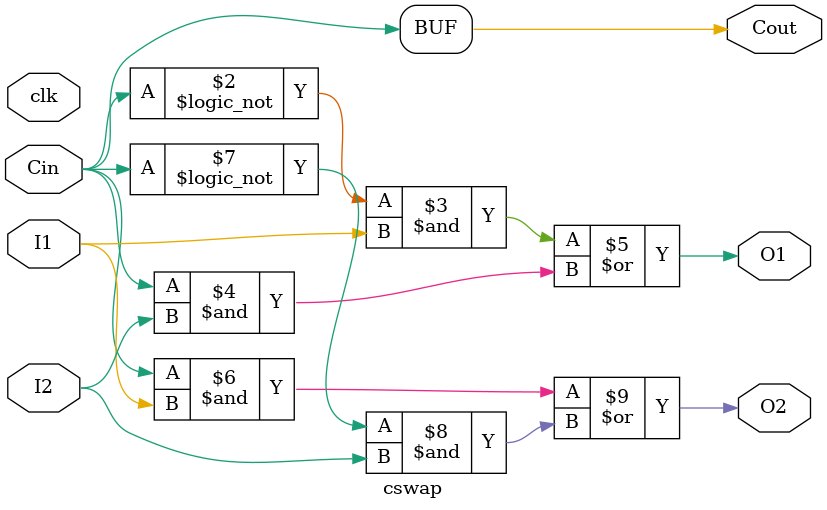
<source format=v>
module FA(input cin, input clk, input a, input b, output sum, output cout);
    
    wire axorb;
    wire cinandaxorb;
    wire aandb;
    cswap swap1(.clk(clk), .Cin(a), .I1(b), .I2(!b), .Cout(), .O1(axorb), .O2());
    cswap swap2(.clk(clk), .Cin(axorb), .I1(cin), .I2(!cin), .Cout(), .O1(sum), .O2());
    cswap swap3(.clk(clk), .Cin(cin), .I1(1'b0), .I2(axorb), .Cout(), .O1(cinandaxorb), .O2());
    cswap swap4(.clk(clk), .Cin(a), .I1(1'b0), .I2(b), .Cout(), .O1(aandb), .O2());
    cswap swap5(.clk(clk), .Cin(aandb), .I1(1'b1), .I2(cinandaxorb), .Cout(), .O1(), .O2(cout));
endmodule

module cswap(
    input clk,
    input Cin,
    input I1,
    input I2,
    output reg Cout,
    output reg O1,
    output reg O2
);

always @ (*) begin
    O1 <= (!Cin & I1) | (Cin & I2);
    O2 <= (Cin & I1) | (!Cin & I2);
    Cout <= Cin; 
end

endmodule

</source>
